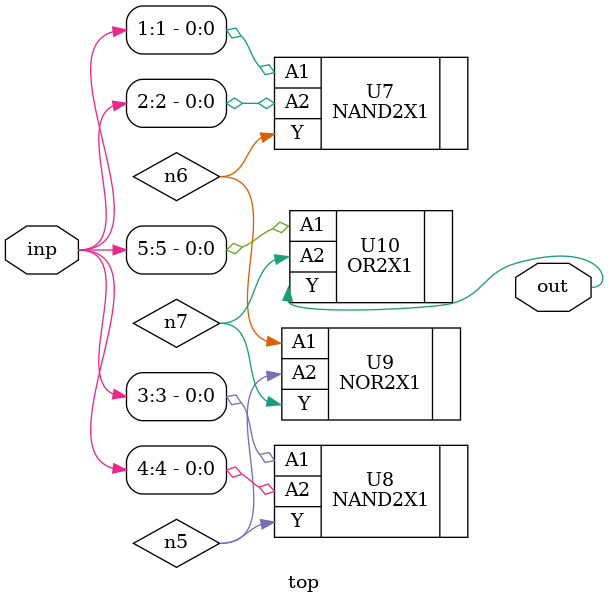
<source format=sv>


module top ( inp, out );
  input [5:0] inp;
  output out;
  wire   n5, n6, n7;

  NAND2X1 U7 ( .A1(inp[1]), .A2(inp[2]), .Y(n6) );
  NAND2X1 U8 ( .A1(inp[3]), .A2(inp[4]), .Y(n5) );
  NOR2X1 U9 ( .A1(n6), .A2(n5), .Y(n7) );
  OR2X1 U10 ( .A1(inp[5]), .A2(n7), .Y(out) );
endmodule


</source>
